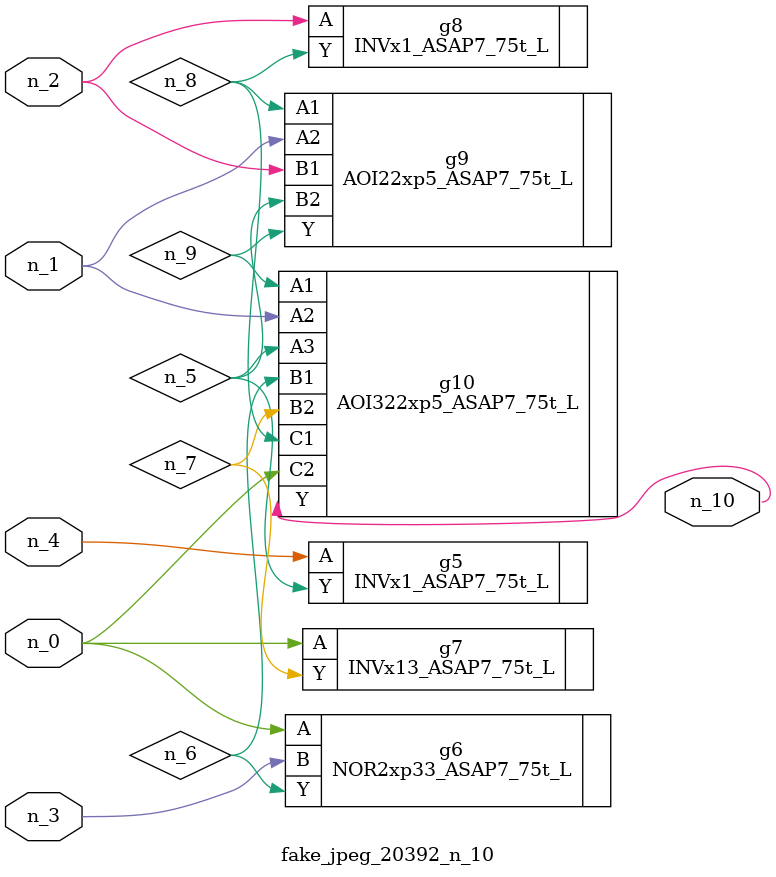
<source format=v>
module fake_jpeg_20392_n_10 (n_3, n_2, n_1, n_0, n_4, n_10);

input n_3;
input n_2;
input n_1;
input n_0;
input n_4;

output n_10;

wire n_8;
wire n_9;
wire n_6;
wire n_5;
wire n_7;

INVx1_ASAP7_75t_L g5 ( 
.A(n_4),
.Y(n_5)
);

NOR2xp33_ASAP7_75t_L g6 ( 
.A(n_0),
.B(n_3),
.Y(n_6)
);

INVx13_ASAP7_75t_L g7 ( 
.A(n_0),
.Y(n_7)
);

INVx1_ASAP7_75t_L g8 ( 
.A(n_2),
.Y(n_8)
);

AOI22xp5_ASAP7_75t_L g9 ( 
.A1(n_8),
.A2(n_1),
.B1(n_2),
.B2(n_5),
.Y(n_9)
);

AOI322xp5_ASAP7_75t_L g10 ( 
.A1(n_9),
.A2(n_1),
.A3(n_5),
.B1(n_6),
.B2(n_7),
.C1(n_8),
.C2(n_0),
.Y(n_10)
);


endmodule
</source>
